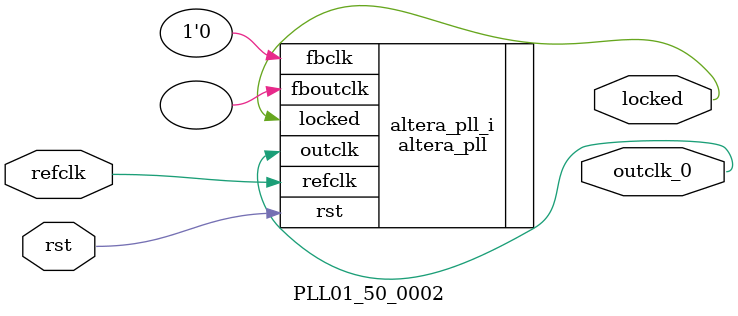
<source format=v>
`timescale 1ns/10ps
module  PLL01_50_0002(

	// interface 'refclk'
	input wire refclk,

	// interface 'reset'
	input wire rst,

	// interface 'outclk0'
	output wire outclk_0,

	// interface 'locked'
	output wire locked
);

	altera_pll #(
		.fractional_vco_multiplier("false"),
		.reference_clock_frequency("50.0 MHz"),
		.operation_mode("direct"),
		.number_of_clocks(1),
		.output_clock_frequency0("1.200000 MHz"),
		.phase_shift0("0 ps"),
		.duty_cycle0(50),
		.output_clock_frequency1("0 MHz"),
		.phase_shift1("0 ps"),
		.duty_cycle1(50),
		.output_clock_frequency2("0 MHz"),
		.phase_shift2("0 ps"),
		.duty_cycle2(50),
		.output_clock_frequency3("0 MHz"),
		.phase_shift3("0 ps"),
		.duty_cycle3(50),
		.output_clock_frequency4("0 MHz"),
		.phase_shift4("0 ps"),
		.duty_cycle4(50),
		.output_clock_frequency5("0 MHz"),
		.phase_shift5("0 ps"),
		.duty_cycle5(50),
		.output_clock_frequency6("0 MHz"),
		.phase_shift6("0 ps"),
		.duty_cycle6(50),
		.output_clock_frequency7("0 MHz"),
		.phase_shift7("0 ps"),
		.duty_cycle7(50),
		.output_clock_frequency8("0 MHz"),
		.phase_shift8("0 ps"),
		.duty_cycle8(50),
		.output_clock_frequency9("0 MHz"),
		.phase_shift9("0 ps"),
		.duty_cycle9(50),
		.output_clock_frequency10("0 MHz"),
		.phase_shift10("0 ps"),
		.duty_cycle10(50),
		.output_clock_frequency11("0 MHz"),
		.phase_shift11("0 ps"),
		.duty_cycle11(50),
		.output_clock_frequency12("0 MHz"),
		.phase_shift12("0 ps"),
		.duty_cycle12(50),
		.output_clock_frequency13("0 MHz"),
		.phase_shift13("0 ps"),
		.duty_cycle13(50),
		.output_clock_frequency14("0 MHz"),
		.phase_shift14("0 ps"),
		.duty_cycle14(50),
		.output_clock_frequency15("0 MHz"),
		.phase_shift15("0 ps"),
		.duty_cycle15(50),
		.output_clock_frequency16("0 MHz"),
		.phase_shift16("0 ps"),
		.duty_cycle16(50),
		.output_clock_frequency17("0 MHz"),
		.phase_shift17("0 ps"),
		.duty_cycle17(50),
		.pll_type("General"),
		.pll_subtype("General")
	) altera_pll_i (
		.rst	(rst),
		.outclk	({outclk_0}),
		.locked	(locked),
		.fboutclk	( ),
		.fbclk	(1'b0),
		.refclk	(refclk)
	);
endmodule


</source>
